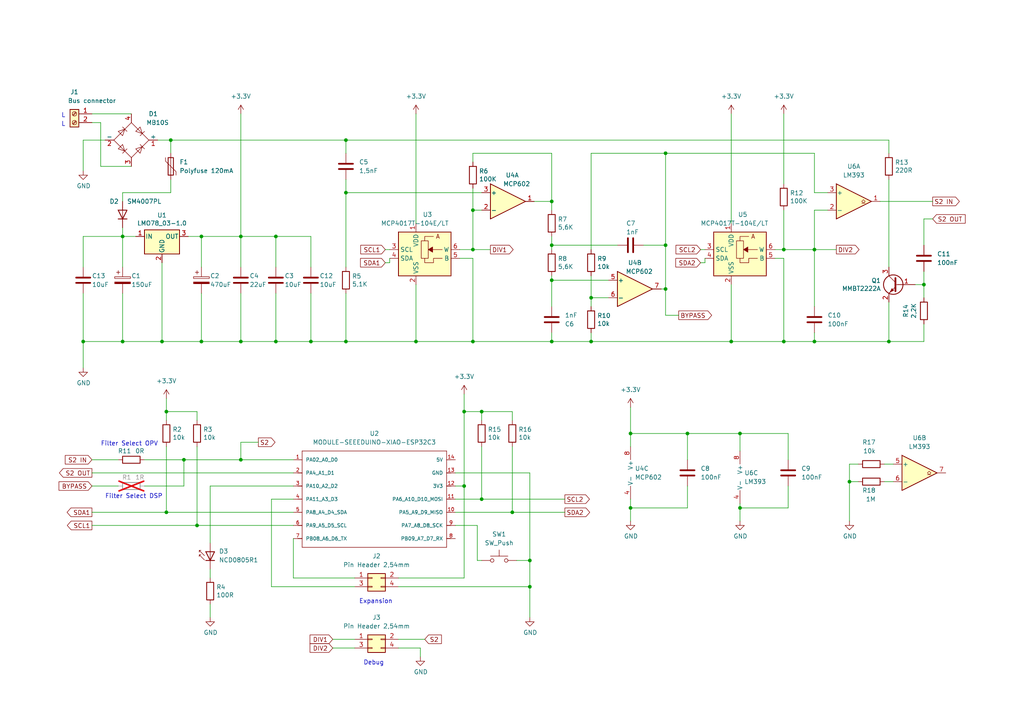
<source format=kicad_sch>
(kicad_sch (version 20230121) (generator eeschema)
  (paper "A4")
  (title_block (title "Simplebus-2 MQTT Bridge") (date "2024-01-21") (rev "2.2") (company "Elektroarzt / Gurkenflieger"))
  (lib_symbols
    (symbol "Amplifier_Operational:MCP6022" (pin_names (offset 0.127))
      (property "Reference" "U" (at 0 5.08 0))
      (property "Value" "MCP6022" (at 0 -5.08 0))
      (symbol "MCP6022_1_1"
        (polyline (pts (xy -5.08 5.08) (xy 5.08 0) (xy -5.08 -5.08) (xy -5.08 5.08)) (stroke (width 0.254)) (fill (type background)))
        (pin output line (at 7.62 0 180) (length 2.54) (name "~") (number "1"))
        (pin input line (at -7.62 -2.54 0) (length 2.54) (name "-") (number "2"))
        (pin input line (at -7.62 2.54 0) (length 2.54) (name "+") (number "3"))
      )
      (symbol "MCP6022_2_1"
        (polyline (pts (xy -5.08 5.08) (xy 5.08 0) (xy -5.08 -5.08) (xy -5.08 5.08)) (stroke (width 0.254)) (fill (type background)))
        (pin input line (at -7.62 2.54 0) (length 2.54) (name "+") (number "5"))
        (pin input line (at -7.62 -2.54 0) (length 2.54) (name "-") (number "6"))
        (pin output line (at 7.62 0 180) (length 2.54) (name "~") (number "7"))
      )
      (symbol "MCP6022_3_1"
        (pin power_in line (at -2.54 -7.62 90) (length 3.81) (name "V-") (number "4"))
        (pin power_in line (at -2.54 7.62 270) (length 3.81) (name "V+") (number "8"))
      )
    )
    (symbol "Comparator:LM393" (pin_names (offset 0.127))
      (property "Reference" "U" (at 3.81 3.81 0))
      (property "Value" "LM393" (at 6.35 -3.81 0))
      (symbol "LM393_1_1"
        (polyline (pts (xy -5.08 5.08) (xy 5.08 0) (xy -5.08 -5.08) (xy -5.08 5.08)) (stroke (width 0.254)) (fill (type background)))
        (polyline (pts (xy 3.302 -0.508) (xy 2.794 -0.508) (xy 3.302 0) (xy 2.794 0.508) (xy 2.286 0) (xy 2.794 -0.508) (xy 2.286 -0.508)) (stroke (width 0.127)))
        (pin open_collector line (at 7.62 0 180) (length 2.54) (name "~") (number "1"))
        (pin input line (at -7.62 -2.54 0) (length 2.54) (name "-") (number "2"))
        (pin input line (at -7.62 2.54 0) (length 2.54) (name "+") (number "3"))
      )
      (symbol "LM393_2_1"
        (polyline (pts (xy -5.08 5.08) (xy 5.08 0) (xy -5.08 -5.08) (xy -5.08 5.08)) (stroke (width 0.254)) (fill (type background)))
        (polyline (pts (xy 3.302 -0.508) (xy 2.794 -0.508) (xy 3.302 0) (xy 2.794 0.508) (xy 2.286 0) (xy 2.794 -0.508) (xy 2.286 -0.508)) (stroke (width 0.127)))
        (pin input line (at -7.62 2.54 0) (length 2.54) (name "+") (number "5"))
        (pin input line (at -7.62 -2.54 0) (length 2.54) (name "-") (number "6"))
        (pin open_collector line (at 7.62 0 180) (length 2.54) (name "~") (number "7"))
      )
      (symbol "LM393_3_1"
        (pin power_in line (at -2.54 -7.62 90) (length 3.81) (name "V-") (number "4"))
        (pin power_in line (at -2.54 7.62 270) (length 3.81) (name "V+") (number "8"))
      )
    )
    (symbol "Connector:Screw_Terminal_01x02" (pin_names (offset 1.016) hide)
      (property "Reference" "J" (at 0 2.54 0))
      (property "Value" "Screw_Terminal_01x02" (at 0 -5.08 0))
      (symbol "Screw_Terminal_01x02_1_1"
        (rectangle (start -1.27 1.27) (end 1.27 -3.81) (stroke (width 0.254)) (fill (type background)))
        (circle (center 0 -2.54) (radius 0.635) (stroke (width 0.1524)))
        (polyline (pts (xy -0.5334 -2.2098) (xy 0.3302 -3.048)) (stroke (width 0.1524)))
        (polyline (pts (xy -0.5334 0.3302) (xy 0.3302 -0.508)) (stroke (width 0.1524)))
        (polyline (pts (xy -0.3556 -2.032) (xy 0.508 -2.8702)) (stroke (width 0.1524)))
        (polyline (pts (xy -0.3556 0.508) (xy 0.508 -0.3302)) (stroke (width 0.1524)))
        (circle (center 0 0) (radius 0.635) (stroke (width 0.1524)))
        (pin passive line (at -5.08 0 0) (length 3.81) (name "Pin_1") (number "1"))
        (pin passive line (at -5.08 -2.54 0) (length 3.81) (name "Pin_2") (number "2"))
      )
    )
    (symbol "Connector_Generic:Conn_02x02_Odd_Even" (pin_names (offset 1.016) hide)
      (property "Reference" "J" (at 1.27 2.54 0))
      (property "Value" "Conn_02x02_Odd_Even" (at 1.27 -5.08 0))
      (symbol "Conn_02x02_Odd_Even_1_1"
        (rectangle (start -1.27 -2.413) (end 0 -2.667) (stroke (width 0.1524)))
        (rectangle (start -1.27 0.127) (end 0 -0.127) (stroke (width 0.1524)))
        (rectangle (start -1.27 1.27) (end 3.81 -3.81) (stroke (width 0.254)) (fill (type background)))
        (rectangle (start 3.81 -2.413) (end 2.54 -2.667) (stroke (width 0.1524)))
        (rectangle (start 3.81 0.127) (end 2.54 -0.127) (stroke (width 0.1524)))
        (pin passive line (at -5.08 0 0) (length 3.81) (name "Pin_1") (number "1"))
        (pin passive line (at 7.62 0 180) (length 3.81) (name "Pin_2") (number "2"))
        (pin passive line (at -5.08 -2.54 0) (length 3.81) (name "Pin_3") (number "3"))
        (pin passive line (at 7.62 -2.54 180) (length 3.81) (name "Pin_4") (number "4"))
      )
    )
    (symbol "Device:C" (pin_numbers hide) (pin_names (offset 0.254))
      (property "Reference" "C" (at 0.635 2.54 0))
      (property "Value" "C" (at 0.635 -2.54 0))
      (symbol "C_0_1"
        (polyline (pts (xy -2.032 -0.762) (xy 2.032 -0.762)) (stroke (width 0.508)))
        (polyline (pts (xy -2.032 0.762) (xy 2.032 0.762)) (stroke (width 0.508)))
      )
      (symbol "C_1_1"
        (pin passive line (at 0 3.81 270) (length 2.794) (name "~") (number "1"))
        (pin passive line (at 0 -3.81 90) (length 2.794) (name "~") (number "2"))
      )
    )
    (symbol "Device:C_Polarized" (pin_numbers hide) (pin_names (offset 0.254))
      (property "Reference" "C" (at 0.635 2.54 0))
      (property "Value" "C_Polarized" (at 0.635 -2.54 0))
      (symbol "C_Polarized_0_1"
        (rectangle (start -2.286 0.508) (end 2.286 1.016))
        (polyline (pts (xy -1.778 2.286) (xy -0.762 2.286)))
        (polyline (pts (xy -1.27 2.794) (xy -1.27 1.778)))
        (rectangle (start 2.286 -0.508) (end -2.286 -1.016) (fill (type outline)))
      )
      (symbol "C_Polarized_1_1"
        (pin passive line (at 0 3.81 270) (length 2.794) (name "~") (number "1"))
        (pin passive line (at 0 -3.81 90) (length 2.794) (name "~") (number "2"))
      )
    )
    (symbol "Device:Polyfuse" (pin_numbers hide) (pin_names (offset 0))
      (property "Reference" "F" (at -2.54 0 90))
      (property "Value" "Polyfuse" (at 2.54 0 90))
      (symbol "Polyfuse_0_1"
        (rectangle (start -0.762 2.54) (end 0.762 -2.54) (stroke (width 0.254)))
        (polyline (pts (xy 0 2.54) (xy 0 -2.54)))
        (polyline (pts (xy -1.524 2.54) (xy -1.524 1.524) (xy 1.524 -1.524) (xy 1.524 -2.54)))
      )
      (symbol "Polyfuse_1_1"
        (pin passive line (at 0 3.81 270) (length 1.27) (name "~") (number "1"))
        (pin passive line (at 0 -3.81 90) (length 1.27) (name "~") (number "2"))
      )
    )
    (symbol "Device:R" (pin_numbers hide) (pin_names (offset 0))
      (property "Reference" "R" (at 2.032 0 90))
      (property "Value" "R" (at 0 0 90))
      (symbol "R_0_1"
        (rectangle (start -1.016 -2.54) (end 1.016 2.54) (stroke (width 0.254)))
      )
      (symbol "R_1_1"
        (pin passive line (at 0 3.81 270) (length 1.27) (name "~") (number "1"))
        (pin passive line (at 0 -3.81 90) (length 1.27) (name "~") (number "2"))
      )
    )
    (symbol "Diode:SM4007" (pin_numbers hide) (pin_names hide)
      (property "Reference" "D" (at 0 2.54 0))
      (property "Value" "SM4007" (at 0 -2.54 0))
      (symbol "SM4007_0_1"
        (polyline (pts (xy -1.27 1.27) (xy -1.27 -1.27)) (stroke (width 0.254)))
        (polyline (pts (xy 1.27 0) (xy -1.27 0)))
        (polyline (pts (xy 1.27 1.27) (xy 1.27 -1.27) (xy -1.27 0) (xy 1.27 1.27)) (stroke (width 0.254)))
      )
      (symbol "SM4007_1_1"
        (pin passive line (at -3.81 0 0) (length 2.54) (name "K") (number "1"))
        (pin passive line (at 3.81 0 180) (length 2.54) (name "A") (number "2"))
      )
    )
    (symbol "Diode_Bridge:MBL104S" (pin_names (offset 0))
      (property "Reference" "D3" (at 10.16 2.6923 0))
      (property "Value" "MBL104S" (at 10.16 0.1523 0))
      (symbol "MBL104S_0_1"
        (polyline (pts (xy -2.54 3.81) (xy -1.27 2.54)))
        (polyline (pts (xy -1.27 -2.54) (xy -2.54 -3.81)))
        (polyline (pts (xy 2.54 -1.27) (xy 3.81 -2.54)))
        (polyline (pts (xy 2.54 1.27) (xy 3.81 2.54)))
        (polyline (pts (xy -3.81 2.54) (xy -2.54 1.27) (xy -1.905 3.175) (xy -3.81 2.54)))
        (polyline (pts (xy -2.54 -1.27) (xy -3.81 -2.54) (xy -1.905 -3.175) (xy -2.54 -1.27)))
        (polyline (pts (xy 1.27 2.54) (xy 2.54 3.81) (xy 3.175 1.905) (xy 1.27 2.54)))
        (polyline (pts (xy 3.175 -1.905) (xy 1.27 -2.54) (xy 2.54 -3.81) (xy 3.175 -1.905)))
        (polyline (pts (xy -5.08 0) (xy 0 -5.08) (xy 5.08 0) (xy 0 5.08) (xy -5.08 0)))
      )
      (symbol "MBL104S_1_1"
        (pin passive line (at 7.62 0 180) (length 2.54) (name "+") (number "1"))
        (pin passive line (at -7.62 0 0) (length 2.54) (name "-") (number "2"))
        (pin passive line (at 0 -7.62 90) (length 2.54) (name "~") (number "3"))
        (pin passive line (at 0 7.62 270) (length 2.54) (name "~") (number "4"))
      )
    )
    (symbol "LED:SFH4346" (pin_numbers hide) (pin_names (offset 1.016) hide)
      (property "Reference" "D" (at 0.508 1.778 0))
      (property "Value" "SFH4346" (at -1.016 -2.794 0))
      (symbol "SFH4346_0_1"
        (polyline (pts (xy -2.54 1.27) (xy -2.54 -1.27)) (stroke (width 0.254)))
        (polyline (pts (xy 0 0) (xy -2.54 0)))
        (polyline (pts (xy 0.381 3.175) (xy -0.127 3.175)))
        (polyline (pts (xy -1.143 1.651) (xy 0.381 3.175) (xy 0.381 2.667)))
        (polyline (pts (xy 0 1.27) (xy -2.54 0) (xy 0 -1.27) (xy 0 1.27)) (stroke (width 0.254)))
        (polyline (pts (xy -2.413 1.651) (xy -0.889 3.175) (xy -0.889 2.667) (xy -0.889 3.175) (xy -1.397 3.175)))
      )
      (symbol "SFH4346_1_1"
        (pin passive line (at -5.08 0 0) (length 2.54) (name "K") (number "1"))
        (pin passive line (at 2.54 0 180) (length 2.54) (name "A") (number "2"))
      )
    )
    (symbol "Potentiometer_Digital:MCP4017-xxxxLT"
      (property "Reference" "U" (at -7.62 8.89 0))
      (property "Value" "MCP4017-xxxxLT" (at 1.27 8.89 0))
      (symbol "MCP4017-xxxxLT_0_0"
        (polyline (pts (xy 0 5.08) (xy 0 6.35) (xy 2.54 6.35)))
        (polyline (pts (xy 5.08 0) (xy 2.54 0) (xy 2.54 -1.27) (xy 0 -1.27) (xy 0 0)))
        (text "A" (at 3.81 6.35 0) (effects (font (size 1.27 1.27))))
      )
      (symbol "MCP4017-xxxxLT_1_1"
        (rectangle (start -7.62 7.62) (end 7.62 -5.08) (stroke (width 0.254)) (fill (type background)))
        (polyline (pts (xy 5.08 2.54) (xy 2.286 2.54)))
        (polyline (pts (xy 2.286 1.778) (xy 2.286 3.302) (xy 1.016 2.54) (xy 2.286 1.778)) (fill (type outline)))
        (rectangle (start 1.016 0) (end -1.016 5.08))
        (pin power_in line (at -2.54 10.16 270) (length 2.54) (name "VDD") (number "1"))
        (pin power_in line (at -2.54 -7.62 90) (length 2.54) (name "VSS") (number "2"))
        (pin input line (at -10.16 2.54 0) (length 2.54) (name "SCL") (number "3"))
        (pin bidirectional line (at -10.16 0 0) (length 2.54) (name "SDA") (number "4"))
        (pin passive line (at 10.16 0 180) (length 2.54) (name "B") (number "5"))
        (pin passive line (at 10.16 2.54 180) (length 2.54) (name "W") (number "6"))
      )
    )
    (symbol "RF_Module:MODULE-SEEEDUINO-XIAO-ESP32C3" (pin_names (offset 1.016))
      (property "Reference" "U" (at -21.59 15.24 0))
      (property "Value" "MODULE-SEEEDUINO-XIAO-ESP32C3" (at -21.59 13.97 0))
      (symbol "MODULE-SEEEDUINO-XIAO-ESP32C3_0_0"
        (polyline (pts (xy -21.59 -13.97) (xy -21.59 0)) (stroke (width 0.1524)))
        (polyline (pts (xy -21.59 -11.43) (xy -22.86 -11.43)) (stroke (width 0.1524)))
        (polyline (pts (xy -21.59 -7.62) (xy -22.86 -7.62)) (stroke (width 0.1524)))
        (polyline (pts (xy -21.59 -3.81) (xy -22.86 -3.81)) (stroke (width 0.1524)))
        (polyline (pts (xy -21.59 0) (xy -22.86 0)) (stroke (width 0.1524)))
        (polyline (pts (xy -21.59 0) (xy -21.59 3.81)) (stroke (width 0.1524)))
        (polyline (pts (xy -21.59 3.81) (xy -22.86 3.81)) (stroke (width 0.1524)))
        (polyline (pts (xy -21.59 3.81) (xy -21.59 7.62)) (stroke (width 0.1524)))
        (polyline (pts (xy -21.59 7.62) (xy -22.86 7.62)) (stroke (width 0.1524)))
        (polyline (pts (xy -21.59 7.62) (xy -21.59 11.43)) (stroke (width 0.1524)))
        (polyline (pts (xy -21.59 11.43) (xy -22.86 11.43)) (stroke (width 0.1524)))
        (polyline (pts (xy -21.59 11.43) (xy -21.59 13.97)) (stroke (width 0.1524)))
        (polyline (pts (xy -21.59 13.97) (xy 20.32 13.97)) (stroke (width 0.1524)))
        (polyline (pts (xy 20.32 -13.97) (xy -21.59 -13.97)) (stroke (width 0.1524)))
        (polyline (pts (xy 20.32 3.81) (xy 20.32 -13.97)) (stroke (width 0.1524)))
        (polyline (pts (xy 20.32 7.62) (xy 20.32 3.81)) (stroke (width 0.1524)))
        (polyline (pts (xy 20.32 11.43) (xy 20.32 7.62)) (stroke (width 0.1524)))
        (polyline (pts (xy 20.32 13.97) (xy 20.32 11.43)) (stroke (width 0.1524)))
        (polyline (pts (xy 21.59 -11.43) (xy 20.32 -11.43)) (stroke (width 0.1524)))
        (polyline (pts (xy 21.59 -7.62) (xy 20.32 -7.62)) (stroke (width 0.1524)))
        (polyline (pts (xy 21.59 -3.81) (xy 20.32 -3.81)) (stroke (width 0.1524)))
        (polyline (pts (xy 21.59 0) (xy 20.32 0)) (stroke (width 0.1524)))
        (polyline (pts (xy 21.59 3.81) (xy 20.32 3.81)) (stroke (width 0.1524)))
        (polyline (pts (xy 21.59 7.62) (xy 20.32 7.62)) (stroke (width 0.1524)))
        (polyline (pts (xy 21.59 11.43) (xy 20.32 11.43)) (stroke (width 0.1524)))
        (pin bidirectional line (at -24.13 11.43 0) (length 2.54) (name "PA02_A0_D0") (number "1"))
        (pin bidirectional line (at 22.86 -3.81 180) (length 2.54) (name "PA5_A9_D9_MISO") (number "10"))
        (pin bidirectional line (at 22.86 0 180) (length 2.54) (name "PA6_A10_D10_MOSI") (number "11"))
        (pin bidirectional line (at 22.86 3.81 180) (length 2.54) (name "3V3") (number "12"))
        (pin bidirectional line (at 22.86 7.62 180) (length 2.54) (name "GND") (number "13"))
        (pin bidirectional line (at 22.86 11.43 180) (length 2.54) (name "5V") (number "14"))
        (pin bidirectional line (at -24.13 7.62 0) (length 2.54) (name "PA4_A1_D1") (number "2"))
        (pin bidirectional line (at -24.13 3.81 0) (length 2.54) (name "PA10_A2_D2") (number "3"))
        (pin bidirectional line (at -24.13 0 0) (length 2.54) (name "PA11_A3_D3") (number "4"))
        (pin bidirectional line (at -24.13 -3.81 0) (length 2.54) (name "PA8_A4_D4_SDA") (number "5"))
        (pin bidirectional line (at -24.13 -7.62 0) (length 2.54) (name "PA9_A5_D5_SCL") (number "6"))
        (pin bidirectional line (at -24.13 -11.43 0) (length 2.54) (name "PB08_A6_D6_TX") (number "7"))
        (pin bidirectional line (at 22.86 -11.43 180) (length 2.54) (name "PB09_A7_D7_RX") (number "8"))
        (pin bidirectional line (at 22.86 -7.62 180) (length 2.54) (name "PA7_A8_D8_SCK") (number "9"))
      )
    )
    (symbol "Regulator_Linear:L7805" (pin_names (offset 0.254))
      (property "Reference" "U" (at -3.81 3.175 0))
      (property "Value" "L7805" (at 0 3.175 0))
      (symbol "L7805_0_1"
        (rectangle (start -5.08 1.905) (end 5.08 -5.08) (stroke (width 0.254)) (fill (type background)))
      )
      (symbol "L7805_1_1"
        (pin power_in line (at -7.62 0 0) (length 2.54) (name "IN") (number "1"))
        (pin power_in line (at 0 -7.62 90) (length 2.54) (name "GND") (number "2"))
        (pin power_out line (at 7.62 0 180) (length 2.54) (name "OUT") (number "3"))
      )
    )
    (symbol "Switch:SW_Push" (pin_numbers hide) (pin_names (offset 1.016) hide)
      (property "Reference" "SW" (at 1.27 2.54 0))
      (property "Value" "SW_Push" (at 0 -1.524 0))
      (symbol "SW_Push_0_1"
        (circle (center -2.032 0) (radius 0.508))
        (polyline (pts (xy 0 1.27) (xy 0 3.048)))
        (polyline (pts (xy 2.54 1.27) (xy -2.54 1.27)))
        (circle (center 2.032 0) (radius 0.508))
        (pin passive line (at -5.08 0 0) (length 2.54) (name "1") (number "1"))
        (pin passive line (at 5.08 0 180) (length 2.54) (name "2") (number "2"))
      )
    )
    (symbol "Transistor_BJT:PN2222A" (pin_names (offset 0) hide)
      (property "Reference" "Q1" (at 4.8514 1.1684 0))
      (property "Value" "MMBT2222A" (at 4.8514 -1.143 0))
      (symbol "PN2222A_0_1"
        (polyline (pts (xy 0 0) (xy 0.635 0)))
        (polyline (pts (xy 2.54 -2.54) (xy 0.635 -0.635)))
        (polyline (pts (xy 2.54 2.54) (xy 0.635 0.635)))
        (polyline (pts (xy 0.635 1.905) (xy 0.635 -1.905) (xy 0.635 -1.905)) (stroke (width 0.508)))
        (polyline (pts (xy 2.413 -2.413) (xy 1.905 -1.905) (xy 1.905 -1.905)))
        (polyline (pts (xy 1.143 -1.651) (xy 1.651 -1.143) (xy 2.159 -2.159) (xy 1.143 -1.651) (xy 1.143 -1.651)) (fill (type outline)))
        (circle (center 1.27 0) (radius 2.8194) (stroke (width 0.254)))
      )
      (symbol "PN2222A_1_1"
        (pin input line (at -5.08 0 0) (length 5.08) (name "B") (number "1"))
        (pin passive line (at 2.54 -5.08 90) (length 2.54) (name "E") (number "2"))
        (pin passive line (at 2.54 5.08 270) (length 2.54) (name "C") (number "3"))
      )
    )
    (symbol "power:+3.3V" (power) (pin_names (offset 0))
      (property "Value" "+3.3V" (at 0 3.556 0))
      (symbol "+3.3V_0_1"
        (polyline (pts (xy -0.762 1.27) (xy 0 2.54)))
        (polyline (pts (xy 0 0) (xy 0 2.54)))
        (polyline (pts (xy 0 2.54) (xy 0.762 1.27)))
      )
      (symbol "+3.3V_1_1"
        (pin power_in line (at 0 0 90) (length 0) hide (name "+3.3V") (number "1"))
      )
    )
    (symbol "power:GND" (power) (pin_names (offset 0))
      (property "Value" "GND" (at 0 -3.81 0))
      (symbol "GND_0_1"
        (polyline (pts (xy 0 0) (xy 0 -1.27) (xy 1.27 -1.27) (xy 0 -2.54) (xy -1.27 -1.27) (xy 0 -1.27)))
      )
      (symbol "GND_1_1"
        (pin power_in line (at 0 0 270) (length 0) hide (name "GND") (number "1"))
      )
    )
  )
  (junction (at 171.45 86.36))
  (junction (at 46.99 99.06))
  (junction (at 80.01 99.06))
  (junction (at 214.63 147.32))
  (junction (at 139.7 119.38))
  (junction (at 120.65 99.06))
  (junction (at 139.7 144.78))
  (junction (at 53.34 133.35))
  (junction (at 100.33 55.88))
  (junction (at 80.01 68.58))
  (junction (at 69.85 133.35))
  (junction (at 160.02 81.28))
  (junction (at 199.39 125.73))
  (junction (at 212.09 99.06))
  (junction (at 227.33 99.06))
  (junction (at 236.22 99.06))
  (junction (at 160.02 99.06))
  (junction (at 35.56 68.58))
  (junction (at 58.42 68.58))
  (junction (at 257.81 99.06))
  (junction (at 160.02 58.42))
  (junction (at 193.04 83.82))
  (junction (at 137.16 60.96))
  (junction (at 137.16 72.39))
  (junction (at 236.22 72.39))
  (junction (at 137.16 99.06))
  (junction (at 57.15 152.4))
  (junction (at 193.04 71.12))
  (junction (at 182.88 147.32))
  (junction (at 153.67 162.56))
  (junction (at 90.17 99.06))
  (junction (at 182.88 125.73))
  (junction (at 214.63 125.73))
  (junction (at 171.45 99.06))
  (junction (at 48.26 119.38))
  (junction (at 148.59 148.59))
  (junction (at 35.56 99.06))
  (junction (at 227.33 72.39))
  (junction (at 100.33 99.06))
  (junction (at 246.38 139.7))
  (junction (at 267.97 82.55))
  (junction (at 193.04 44.45))
  (junction (at 58.42 99.06))
  (junction (at 69.85 99.06))
  (junction (at 48.26 148.59))
  (junction (at 24.13 99.06))
  (junction (at 160.02 71.12))
  (junction (at 134.62 119.38))
  (junction (at 100.33 40.64))
  (junction (at 49.53 40.64))
  (junction (at 134.62 140.97))
  (junction (at 69.85 68.58))
  (junction (at 153.67 170.18))
  (wire (pts (xy 24.13 40.64) (xy 30.48 40.64)))
  (wire (pts (xy 53.34 133.35) (xy 69.85 133.35)))
  (wire (pts (xy 171.45 72.39) (xy 171.45 44.45)))
  (wire (pts (xy 134.62 140.97) (xy 134.62 167.64)))
  (wire (pts (xy 227.33 74.93) (xy 227.33 99.06)))
  (wire (pts (xy 171.45 80.01) (xy 171.45 86.36)))
  (wire (pts (xy 24.13 77.47) (xy 24.13 68.58)))
  (wire (pts (xy 171.45 96.52) (xy 171.45 99.06)))
  (wire (pts (xy 90.17 77.47) (xy 90.17 68.58)))
  (wire (pts (xy 113.03 76.2) (xy 111.76 76.2)))
  (wire (pts (xy 138.43 152.4) (xy 132.08 152.4)))
  (wire (pts (xy 58.42 85.09) (xy 58.42 99.06)))
  (wire (pts (xy 120.65 33.02) (xy 120.65 64.77)))
  (wire (pts (xy 100.33 40.64) (xy 257.81 40.64)))
  (wire (pts (xy 171.45 86.36) (xy 171.45 88.9)))
  (wire (pts (xy 267.97 63.5) (xy 267.97 71.12)))
  (wire (pts (xy 48.26 119.38) (xy 48.26 115.57)))
  (wire (pts (xy 80.01 68.58) (xy 69.85 68.58)))
  (wire (pts (xy 26.67 148.59) (xy 48.26 148.59)))
  (wire (pts (xy 132.08 148.59) (xy 148.59 148.59)))
  (wire (pts (xy 137.16 74.93) (xy 137.16 99.06)))
  (wire (pts (xy 60.96 165.1) (xy 60.96 167.64)))
  (wire (pts (xy 148.59 129.54) (xy 148.59 148.59)))
  (wire (pts (xy 160.02 99.06) (xy 171.45 99.06)))
  (wire (pts (xy 214.63 130.81) (xy 214.63 125.73)))
  (wire (pts (xy 24.13 99.06) (xy 35.56 99.06)))
  (wire (pts (xy 137.16 99.06) (xy 160.02 99.06)))
  (wire (pts (xy 267.97 99.06) (xy 257.81 99.06)))
  (wire (pts (xy 48.26 148.59) (xy 85.09 148.59)))
  (wire (pts (xy 134.62 114.3) (xy 134.62 119.38)))
  (wire (pts (xy 111.76 72.39) (xy 113.03 72.39)))
  (wire (pts (xy 96.52 187.96) (xy 102.87 187.96)))
  (wire (pts (xy 160.02 96.52) (xy 160.02 99.06)))
  (wire (pts (xy 182.88 147.32) (xy 182.88 151.13)))
  (wire (pts (xy 139.7 60.96) (xy 137.16 60.96)))
  (wire (pts (xy 26.67 137.16) (xy 85.09 137.16)))
  (wire (pts (xy 160.02 71.12) (xy 160.02 72.39)))
  (wire (pts (xy 49.53 55.88) (xy 35.56 55.88)))
  (wire (pts (xy 58.42 68.58) (xy 69.85 68.58)))
  (wire (pts (xy 255.27 58.42) (xy 270.51 58.42)))
  (wire (pts (xy 115.57 185.42) (xy 123.19 185.42)))
  (wire (pts (xy 182.88 125.73) (xy 199.39 125.73)))
  (wire (pts (xy 160.02 58.42) (xy 154.94 58.42)))
  (wire (pts (xy 214.63 147.32) (xy 214.63 151.13)))
  (wire (pts (xy 48.26 119.38) (xy 48.26 121.92)))
  (wire (pts (xy 57.15 152.4) (xy 85.09 152.4)))
  (wire (pts (xy 160.02 71.12) (xy 179.07 71.12)))
  (wire (pts (xy 132.08 140.97) (xy 134.62 140.97)))
  (wire (pts (xy 160.02 58.42) (xy 160.02 60.96)))
  (wire (pts (xy 49.53 40.64) (xy 49.53 44.45)))
  (wire (pts (xy 137.16 74.93) (xy 133.35 74.93)))
  (wire (pts (xy 236.22 44.45) (xy 236.22 55.88)))
  (wire (pts (xy 228.6 140.97) (xy 228.6 147.32)))
  (wire (pts (xy 182.88 118.11) (xy 182.88 125.73)))
  (wire (pts (xy 137.16 44.45) (xy 137.16 46.99)))
  (wire (pts (xy 49.53 55.88) (xy 49.53 52.07)))
  (wire (pts (xy 100.33 85.09) (xy 100.33 99.06)))
  (wire (pts (xy 85.09 156.21) (xy 85.09 167.64)))
  (wire (pts (xy 193.04 44.45) (xy 236.22 44.45)))
  (wire (pts (xy 214.63 146.05) (xy 214.63 147.32)))
  (wire (pts (xy 214.63 125.73) (xy 228.6 125.73)))
  (wire (pts (xy 74.93 128.27) (xy 69.85 128.27)))
  (wire (pts (xy 257.81 87.63) (xy 257.81 99.06)))
  (wire (pts (xy 132.08 144.78) (xy 139.7 144.78)))
  (wire (pts (xy 153.67 162.56) (xy 153.67 170.18)))
  (wire (pts (xy 199.39 125.73) (xy 199.39 133.35)))
  (wire (pts (xy 69.85 77.47) (xy 69.85 68.58)))
  (wire (pts (xy 148.59 121.92) (xy 148.59 119.38)))
  (wire (pts (xy 121.92 187.96) (xy 121.92 190.5)))
  (wire (pts (xy 148.59 148.59) (xy 163.83 148.59)))
  (wire (pts (xy 115.57 167.64) (xy 134.62 167.64)))
  (wire (pts (xy 160.02 68.58) (xy 160.02 71.12)))
  (wire (pts (xy 259.08 134.62) (xy 256.54 134.62)))
  (wire (pts (xy 193.04 91.44) (xy 196.85 91.44)))
  (wire (pts (xy 29.21 35.56) (xy 29.21 48.26)))
  (wire (pts (xy 227.33 99.06) (xy 236.22 99.06)))
  (wire (pts (xy 182.88 125.73) (xy 182.88 129.54)))
  (wire (pts (xy 204.47 74.93) (xy 204.47 76.2)))
  (wire (pts (xy 26.67 140.97) (xy 34.29 140.97)))
  (wire (pts (xy 29.21 35.56) (xy 26.67 35.56)))
  (wire (pts (xy 138.43 162.56) (xy 139.7 162.56)))
  (wire (pts (xy 160.02 80.01) (xy 160.02 81.28)))
  (wire (pts (xy 60.96 140.97) (xy 85.09 140.97)))
  (wire (pts (xy 90.17 68.58) (xy 80.01 68.58)))
  (wire (pts (xy 26.67 33.02) (xy 38.1 33.02)))
  (wire (pts (xy 193.04 83.82) (xy 191.77 83.82)))
  (wire (pts (xy 134.62 119.38) (xy 139.7 119.38)))
  (wire (pts (xy 182.88 144.78) (xy 182.88 147.32)))
  (wire (pts (xy 236.22 99.06) (xy 257.81 99.06)))
  (wire (pts (xy 60.96 157.48) (xy 60.96 140.97)))
  (wire (pts (xy 160.02 58.42) (xy 160.02 44.45)))
  (wire (pts (xy 236.22 55.88) (xy 240.03 55.88)))
  (wire (pts (xy 212.09 33.02) (xy 212.09 64.77)))
  (wire (pts (xy 49.53 40.64) (xy 100.33 40.64)))
  (wire (pts (xy 224.79 72.39) (xy 227.33 72.39)))
  (wire (pts (xy 160.02 81.28) (xy 176.53 81.28)))
  (wire (pts (xy 115.57 187.96) (xy 121.92 187.96)))
  (wire (pts (xy 227.33 33.02) (xy 227.33 53.34)))
  (wire (pts (xy 58.42 99.06) (xy 69.85 99.06)))
  (wire (pts (xy 57.15 119.38) (xy 48.26 119.38)))
  (wire (pts (xy 53.34 133.35) (xy 53.34 140.97)))
  (wire (pts (xy 148.59 119.38) (xy 139.7 119.38)))
  (wire (pts (xy 236.22 72.39) (xy 236.22 60.96)))
  (wire (pts (xy 137.16 72.39) (xy 142.24 72.39)))
  (wire (pts (xy 78.74 170.18) (xy 102.87 170.18)))
  (wire (pts (xy 212.09 99.06) (xy 227.33 99.06)))
  (wire (pts (xy 80.01 85.09) (xy 80.01 99.06)))
  (wire (pts (xy 35.56 68.58) (xy 35.56 66.04)))
  (wire (pts (xy 212.09 82.55) (xy 212.09 99.06)))
  (wire (pts (xy 139.7 129.54) (xy 139.7 144.78)))
  (wire (pts (xy 203.2 72.39) (xy 204.47 72.39)))
  (wire (pts (xy 41.91 140.97) (xy 53.34 140.97)))
  (wire (pts (xy 236.22 72.39) (xy 236.22 88.9)))
  (wire (pts (xy 24.13 40.64) (xy 24.13 49.53)))
  (wire (pts (xy 58.42 68.58) (xy 58.42 77.47)))
  (wire (pts (xy 193.04 83.82) (xy 193.04 71.12)))
  (wire (pts (xy 236.22 96.52) (xy 236.22 99.06)))
  (wire (pts (xy 100.33 40.64) (xy 100.33 44.45)))
  (wire (pts (xy 100.33 52.07) (xy 100.33 55.88)))
  (wire (pts (xy 153.67 137.16) (xy 132.08 137.16)))
  (wire (pts (xy 26.67 133.35) (xy 34.29 133.35)))
  (wire (pts (xy 236.22 72.39) (xy 242.57 72.39)))
  (wire (pts (xy 265.43 82.55) (xy 267.97 82.55)))
  (wire (pts (xy 26.67 152.4) (xy 57.15 152.4)))
  (wire (pts (xy 160.02 81.28) (xy 160.02 88.9)))
  (wire (pts (xy 236.22 60.96) (xy 240.03 60.96)))
  (wire (pts (xy 57.15 129.54) (xy 57.15 152.4)))
  (wire (pts (xy 85.09 144.78) (xy 78.74 144.78)))
  (wire (pts (xy 267.97 78.74) (xy 267.97 82.55)))
  (wire (pts (xy 69.85 128.27) (xy 69.85 133.35)))
  (wire (pts (xy 54.61 68.58) (xy 58.42 68.58)))
  (wire (pts (xy 199.39 140.97) (xy 199.39 147.32)))
  (wire (pts (xy 199.39 125.73) (xy 214.63 125.73)))
  (wire (pts (xy 69.85 33.02) (xy 69.85 68.58)))
  (wire (pts (xy 248.92 134.62) (xy 246.38 134.62)))
  (wire (pts (xy 227.33 60.96) (xy 227.33 72.39)))
  (wire (pts (xy 85.09 167.64) (xy 102.87 167.64)))
  (wire (pts (xy 113.03 74.93) (xy 113.03 76.2)))
  (wire (pts (xy 248.92 139.7) (xy 246.38 139.7)))
  (wire (pts (xy 171.45 44.45) (xy 193.04 44.45)))
  (wire (pts (xy 153.67 137.16) (xy 153.67 162.56)))
  (wire (pts (xy 115.57 170.18) (xy 153.67 170.18)))
  (wire (pts (xy 257.81 52.07) (xy 257.81 77.47)))
  (wire (pts (xy 227.33 72.39) (xy 236.22 72.39)))
  (wire (pts (xy 78.74 144.78) (xy 78.74 170.18)))
  (wire (pts (xy 137.16 60.96) (xy 137.16 72.39)))
  (wire (pts (xy 69.85 85.09) (xy 69.85 99.06)))
  (wire (pts (xy 90.17 99.06) (xy 100.33 99.06)))
  (wire (pts (xy 257.81 40.64) (xy 257.81 44.45)))
  (wire (pts (xy 100.33 55.88) (xy 100.33 77.47)))
  (wire (pts (xy 153.67 170.18) (xy 153.67 179.07)))
  (wire (pts (xy 35.56 77.47) (xy 35.56 68.58)))
  (wire (pts (xy 267.97 82.55) (xy 267.97 86.36)))
  (wire (pts (xy 35.56 99.06) (xy 46.99 99.06)))
  (wire (pts (xy 41.91 133.35) (xy 53.34 133.35)))
  (wire (pts (xy 270.51 63.5) (xy 267.97 63.5)))
  (wire (pts (xy 57.15 121.92) (xy 57.15 119.38)))
  (wire (pts (xy 139.7 144.78) (xy 163.83 144.78)))
  (wire (pts (xy 224.79 74.93) (xy 227.33 74.93)))
  (wire (pts (xy 35.56 68.58) (xy 39.37 68.58)))
  (wire (pts (xy 90.17 85.09) (xy 90.17 99.06)))
  (wire (pts (xy 203.2 76.2) (xy 204.47 76.2)))
  (wire (pts (xy 214.63 147.32) (xy 228.6 147.32)))
  (wire (pts (xy 48.26 129.54) (xy 48.26 148.59)))
  (wire (pts (xy 193.04 44.45) (xy 193.04 71.12)))
  (wire (pts (xy 69.85 99.06) (xy 80.01 99.06)))
  (wire (pts (xy 246.38 139.7) (xy 246.38 151.13)))
  (wire (pts (xy 246.38 134.62) (xy 246.38 139.7)))
  (wire (pts (xy 267.97 93.98) (xy 267.97 99.06)))
  (wire (pts (xy 186.69 71.12) (xy 193.04 71.12)))
  (wire (pts (xy 29.21 48.26) (xy 38.1 48.26)))
  (wire (pts (xy 134.62 119.38) (xy 134.62 140.97)))
  (wire (pts (xy 96.52 185.42) (xy 102.87 185.42)))
  (wire (pts (xy 45.72 40.64) (xy 49.53 40.64)))
  (wire (pts (xy 24.13 68.58) (xy 35.56 68.58)))
  (wire (pts (xy 139.7 119.38) (xy 139.7 121.92)))
  (wire (pts (xy 149.86 162.56) (xy 153.67 162.56)))
  (wire (pts (xy 171.45 86.36) (xy 176.53 86.36)))
  (wire (pts (xy 100.33 99.06) (xy 120.65 99.06)))
  (wire (pts (xy 80.01 68.58) (xy 80.01 77.47)))
  (wire (pts (xy 137.16 72.39) (xy 133.35 72.39)))
  (wire (pts (xy 120.65 82.55) (xy 120.65 99.06)))
  (wire (pts (xy 259.08 139.7) (xy 256.54 139.7)))
  (wire (pts (xy 193.04 91.44) (xy 193.04 83.82)))
  (wire (pts (xy 60.96 175.26) (xy 60.96 179.07)))
  (wire (pts (xy 46.99 76.2) (xy 46.99 99.06)))
  (wire (pts (xy 199.39 147.32) (xy 182.88 147.32)))
  (wire (pts (xy 46.99 99.06) (xy 58.42 99.06)))
  (wire (pts (xy 120.65 99.06) (xy 137.16 99.06)))
  (wire (pts (xy 24.13 106.68) (xy 24.13 99.06)))
  (wire (pts (xy 35.56 55.88) (xy 35.56 58.42)))
  (wire (pts (xy 137.16 54.61) (xy 137.16 60.96)))
  (wire (pts (xy 160.02 44.45) (xy 137.16 44.45)))
  (wire (pts (xy 138.43 162.56) (xy 138.43 152.4)))
  (wire (pts (xy 228.6 125.73) (xy 228.6 133.35)))
  (wire (pts (xy 100.33 55.88) (xy 139.7 55.88)))
  (wire (pts (xy 35.56 85.09) (xy 35.56 99.06)))
  (wire (pts (xy 69.85 133.35) (xy 85.09 133.35)))
  (wire (pts (xy 171.45 99.06) (xy 212.09 99.06)))
  (wire (pts (xy 80.01 99.06) (xy 90.17 99.06)))
  (wire (pts (xy 24.13 85.09) (xy 24.13 99.06)))
  (text "Debug" (at 105.41 193.04 0) (effects (font (size 1.27 1.27)) (justify left bottom)))
  (text "Filter Select DSP" (at 30.48 144.78 0) (effects (font (size 1.27 1.27)) (justify left bottom)))
  (text "Expansion" (at 104.14 175.26 0) (effects (font (size 1.27 1.27)) (justify left bottom)))
  (text "L" (at 17.78 34.29 0) (effects (font (size 1.27 1.27)) (justify left bottom)))
  (text "L\n" (at 17.78 36.83 0) (effects (font (size 1.27 1.27)) (justify left bottom)))
  (text "Filter Select OPV" (at 29.21 129.54 0) (effects (font (size 1.27 1.27)) (justify left bottom)))
  (global_label "DIV1" (shape output) (at 142.24 72.39 0) (property "Intersheetrefs" "${INTERSHEET_REFS}" (effects hide)))
  (global_label "SCL2" (shape output) (at 163.83 144.78 0) (property "Intersheetrefs" "${INTERSHEET_REFS}" (effects hide)))
  (global_label "S2" (shape input) (at 123.19 185.42 0) (property "Intersheetrefs" "${INTERSHEET_REFS}" (effects hide)))
  (global_label "SDA1" (shape output) (at 26.67 148.59 180) (property "Intersheetrefs" "${INTERSHEET_REFS}" (effects hide)))
  (global_label "SDA2" (shape input) (at 203.2 76.2 180) (property "Intersheetrefs" "${INTERSHEET_REFS}" (effects hide)))
  (global_label "S2 OUT" (shape input) (at 270.51 63.5 0) (property "Intersheetrefs" "${INTERSHEET_REFS}" (effects hide)))
  (global_label "S2 IN" (shape input) (at 26.67 133.35 180) (property "Intersheetrefs" "${INTERSHEET_REFS}" (effects hide)))
  (global_label "SDA2" (shape output) (at 163.83 148.59 0) (property "Intersheetrefs" "${INTERSHEET_REFS}" (effects hide)))
  (global_label "BYPASS" (shape output) (at 196.85 91.44 0) (property "Intersheetrefs" "${INTERSHEET_REFS}" (effects hide)))
  (global_label "DIV2" (shape output) (at 242.57 72.39 0) (property "Intersheetrefs" "${INTERSHEET_REFS}" (effects hide)))
  (global_label "SCL1" (shape output) (at 26.67 152.4 180) (property "Intersheetrefs" "${INTERSHEET_REFS}" (effects hide)))
  (global_label "SCL1" (shape input) (at 111.76 72.39 180) (property "Intersheetrefs" "${INTERSHEET_REFS}" (effects hide)))
  (global_label "DIV1" (shape input) (at 96.52 185.42 180) (property "Intersheetrefs" "${INTERSHEET_REFS}" (effects hide)))
  (global_label "S2 IN" (shape output) (at 270.51 58.42 0) (property "Intersheetrefs" "${INTERSHEET_REFS}" (effects hide)))
  (global_label "DIV2" (shape input) (at 96.52 187.96 180) (property "Intersheetrefs" "${INTERSHEET_REFS}" (effects hide)))
  (global_label "SDA1" (shape input) (at 111.76 76.2 180) (property "Intersheetrefs" "${INTERSHEET_REFS}" (effects hide)))
  (global_label "SCL2" (shape input) (at 203.2 72.39 180) (property "Intersheetrefs" "${INTERSHEET_REFS}" (effects hide)))
  (global_label "S2" (shape output) (at 74.93 128.27 0) (property "Intersheetrefs" "${INTERSHEET_REFS}" (effects hide)))
  (global_label "S2 OUT" (shape output) (at 26.67 137.16 180) (property "Intersheetrefs" "${INTERSHEET_REFS}" (effects hide)))
  (global_label "BYPASS" (shape input) (at 26.67 140.97 180) (property "Intersheetrefs" "${INTERSHEET_REFS}" (effects hide)))
  (symbol (lib_id "Regulator_Linear:L7805") (at 46.99 68.58 0) (unit 1)
    (property "Reference" "U1" (at 46.99 62.4332 0))
    (property "Value" "LMO78_03-1.0" (at 46.99 64.7446 0))
    (property "Footprint" "Module:SIP-3 GAPTEC LMO78_xx-x.x" (effects hide))
    (property "Datasheet" "http://www.ti.com/lit/ds/symlink/lm393.pdf" (effects hide))
  )
  (symbol (lib_id "Device:R") (at 227.33 57.15 0) (unit 1)
    (property "Reference" "R12" (at 229.108 55.9816 0) (effects (justify left)))
    (property "Value" "100K" (at 229.108 58.293 0) (effects (justify left)))
    (property "Footprint" "Resistor_SMD:R_0805_2012Metric_Pad1.20x1.40mm_HandSolder" (effects hide))
    (property "LCSC" "C149504" (effects hide))
  )
  (symbol (lib_id "power:GND") (at 24.13 106.68 0) (unit 1)
    (property "Reference" "#PWR01" (effects hide))
    (property "Value" "GND" (at 24.257 111.0742 0))
  )
  (symbol (lib_id "Transistor_BJT:PN2222A") (at 260.35 82.55 0) (mirror y) (unit 1)
    (property "Reference" "Q1" (at 255.4986 81.3816 0) (effects (justify left)))
    (property "Value" "MMBT2222A" (at 255.4986 83.693 0) (effects (justify left)))
    (property "Footprint" "Package_TO_SOT_SMD:SOT-23" (effects hide))
    (property "Datasheet" "https://www.onsemi.com/pub/Collateral/PN2222-D.PDF" (effects hide))
    (property "LCSC" "C8512" (effects hide))
  )
  (symbol (lib_id "Connector:Screw_Terminal_01x02") (at 21.59 33.02 0) (mirror y) (unit 1)
    (property "Reference" "J1" (at 21.59 26.67 0))
    (property "Value" "Bus connector" (at 26.67 29.21 0))
    (property "Footprint" "Connector_PinHeader_1.00mm:PinHeader_1x02_P5.75mm_Vertical" (effects hide))
  )
  (symbol (lib_id "Device:R") (at 267.97 90.17 0) (mirror x) (unit 1)
    (property "Reference" "R14" (at 262.7122 90.17 90))
    (property "Value" "2,2K" (at 265.0236 90.17 90))
    (property "Footprint" "Resistor_SMD:R_0805_2012Metric_Pad1.20x1.40mm_HandSolder" (effects hide))
    (property "LCSC" "C17520" (effects hide))
  )
  (symbol (lib_id "Device:R") (at 257.81 48.26 0) (unit 1)
    (property "Reference" "R13" (at 259.588 47.0916 0) (effects (justify left)))
    (property "Value" "220R" (at 259.588 49.403 0) (effects (justify left)))
    (property "Footprint" "Resistor_SMD:R_0805_2012Metric_Pad1.20x1.40mm_HandSolder" (effects hide))
    (property "LCSC" "C17557" (effects hide))
  )
  (symbol (lib_id "Device:C") (at 267.97 74.93 0) (unit 1)
    (property "Reference" "C11" (at 271.78 73.66 0) (effects (justify left)))
    (property "Value" "100nF" (at 271.78 76.2 0) (effects (justify left)))
    (property "Footprint" "Capacitor_SMD:C_0805_2012Metric_Pad1.18x1.45mm_HandSolder" (effects hide))
    (property "LCSC" "C49678" (effects hide))
  )
  (symbol (lib_id "Device:C_Polarized") (at 58.42 81.28 0) (unit 1)
    (property "Reference" "C2" (at 60.96 80.01 0) (effects (justify left)))
    (property "Value" "470uF" (at 60.96 82.55 0) (effects (justify left)))
    (property "Footprint" "Capacitor_SMD:CP_Elec_6.3x7.7" (effects hide))
    (property "LCSC" "C445248" (effects hide))
  )
  (symbol (lib_id "Device:R") (at 139.7 125.73 0) (unit 1)
    (property "Reference" "R15" (at 141.478 124.5616 0) (effects (justify left)))
    (property "Value" "10k" (at 141.478 126.873 0) (effects (justify left)))
    (property "Footprint" "Resistor_SMD:R_0805_2012Metric_Pad1.20x1.40mm_HandSolder" (effects hide))
    (property "LCSC" "C17414" (effects hide))
  )
  (symbol (lib_id "power:GND") (at 60.96 179.07 0) (unit 1)
    (property "Reference" "#PWR03" (effects hide))
    (property "Value" "GND" (at 61.087 183.4642 0))
  )
  (symbol (lib_id "Device:C") (at 199.39 137.16 0) (unit 1)
    (property "Reference" "C8" (at 203.2 135.89 0) (effects (justify left)))
    (property "Value" "100nF" (at 203.2 138.43 0) (effects (justify left)))
    (property "Footprint" "Capacitor_SMD:C_0805_2012Metric_Pad1.18x1.45mm_HandSolder" (effects hide))
    (property "LCSC" "C28233" (effects hide))
  )
  (symbol (lib_id "Comparator:LM393") (at 217.17 138.43 0) (unit 3)
    (property "Reference" "U6" (at 215.9 137.16 0) (effects (justify left)))
    (property "Value" "LM393" (at 215.9 139.7 0) (effects (justify left)))
    (property "Footprint" "Package_SO:SOIC-8_3.9x4.9mm_P1.27mm" (effects hide))
    (property "Datasheet" "http://www.ti.com/lit/ds/symlink/lm393.pdf" (effects hide))
    (property "LCSC" "C7955" (effects hide))
  )
  (symbol (lib_id "LED:SFH4346") (at 60.96 160.02 90) (unit 1)
    (property "Reference" "D3" (at 63.5 159.893 90) (effects (justify right)))
    (property "Value" "NCD0805R1" (at 63.5 162.433 90) (effects (justify right)))
    (property "Footprint" "LED_SMD:LED_0805_2012Metric_Pad1.15x1.40mm_HandSolder" (effects hide))
    (property "Datasheet" "http://cdn-reichelt.de/documents/datenblatt/A500/SFH4346.pdf" (effects hide))
    (property "LCSC" "C84256" (effects hide))
  )
  (symbol (lib_id "power:+3.3V") (at 48.26 115.57 0) (unit 1)
    (property "Reference" "#PWR02" (effects hide))
    (property "Value" "+3.3V" (at 48.26 110.49 0))
  )
  (symbol (lib_id "Comparator:LM393") (at 247.65 58.42 0) (unit 1)
    (property "Reference" "U6" (at 247.65 48.26 0))
    (property "Value" "LM393" (at 247.65 50.8 0))
    (property "Footprint" "Package_SO:SOIC-8_3.9x4.9mm_P1.27mm" (effects hide))
    (property "Datasheet" "http://www.ti.com/lit/ds/symlink/lm393.pdf" (effects hide))
    (property "LCSC" "C7955" (effects hide))
  )
  (symbol (lib_id "Device:R") (at 160.02 64.77 0) (unit 1)
    (property "Reference" "R7" (at 161.798 63.6016 0) (effects (justify left)))
    (property "Value" "5,6K" (at 161.798 65.913 0) (effects (justify left)))
    (property "Footprint" "Resistor_SMD:R_0805_2012Metric_Pad1.20x1.40mm_HandSolder" (effects hide))
    (property "LCSC" "C4382" (effects hide))
  )
  (symbol (lib_id "Device:C") (at 182.88 71.12 270) (unit 1)
    (property "Reference" "C7" (at 181.61 64.77 90) (effects (justify left)))
    (property "Value" "1nF" (at 181.61 67.31 90) (effects (justify left)))
    (property "Footprint" "Capacitor_SMD:C_0805_2012Metric_Pad1.18x1.45mm_HandSolder" (effects hide))
    (property "LCSC" "C46653" (effects hide))
  )
  (symbol (lib_id "Device:C") (at 24.13 81.28 0) (unit 1)
    (property "Reference" "C13" (at 26.67 80.01 0) (effects (justify left)))
    (property "Value" "10uF" (at 26.67 82.55 0) (effects (justify left)))
    (property "Footprint" "Capacitor_SMD:C_1206_3216Metric_Pad1.33x1.80mm_HandSolder" (effects hide))
    (property "LCSC" "C513774" (effects hide))
  )
  (symbol (lib_id "Comparator:LM393") (at 266.7 137.16 0) (unit 2)
    (property "Reference" "U6" (at 266.7 127 0))
    (property "Value" "LM393" (at 266.7 129.54 0))
    (property "Footprint" "Package_SO:SOIC-8_3.9x4.9mm_P1.27mm" (effects hide))
    (property "Datasheet" "http://www.ti.com/lit/ds/symlink/lm393.pdf" (effects hide))
    (property "LCSC" "C7955" (effects hide))
  )
  (symbol (lib_id "Device:Polyfuse") (at 49.53 48.26 0) (unit 1)
    (property "Reference" "F1" (at 52.07 46.99 0) (effects (justify left)))
    (property "Value" "Polyfuse 120mA" (at 52.07 49.53 0) (effects (justify left)))
    (property "Footprint" "Capacitor_SMD:C_1206_3216Metric_Pad1.33x1.80mm_HandSolder" (effects hide))
    (property "LCSC" "C20982" (effects hide))
  )
  (symbol (lib_id "Device:R") (at 48.26 125.73 0) (unit 1)
    (property "Reference" "R2" (at 50.038 124.5616 0) (effects (justify left)))
    (property "Value" "10k" (at 50.038 126.873 0) (effects (justify left)))
    (property "Footprint" "Resistor_SMD:R_0805_2012Metric_Pad1.20x1.40mm_HandSolder" (effects hide))
    (property "LCSC" "C17414" (effects hide))
  )
  (symbol (lib_id "Diode:SM4007") (at 35.56 62.23 90) (unit 1)
    (property "Reference" "D2" (at 31.75 58.42 90) (effects (justify right)))
    (property "Value" "SM4007PL" (at 36.83 58.42 90) (effects (justify right)))
    (property "Footprint" "Diode_SMD:D_SOD-123F" (effects hide))
    (property "Datasheet" "http://cdn-reichelt.de/documents/datenblatt/A400/SMD1N400%23DIO.pdf" (effects hide))
    (property "Sim.Device" "D" (effects hide))
    (property "Sim.Pins" "1=K 2=A" (effects hide))
    (property "LCSC" "C64898" (effects hide))
  )
  (symbol (lib_id "Device:R") (at 160.02 76.2 0) (unit 1)
    (property "Reference" "R8" (at 161.798 75.0316 0) (effects (justify left)))
    (property "Value" "5,6K" (at 161.798 77.343 0) (effects (justify left)))
    (property "Footprint" "Resistor_SMD:R_0805_2012Metric_Pad1.20x1.40mm_HandSolder" (effects hide))
    (property "LCSC" "C4382" (effects hide))
  )
  (symbol (lib_id "Device:C") (at 228.6 137.16 0) (unit 1)
    (property "Reference" "C9" (at 232.41 135.89 0) (effects (justify left)))
    (property "Value" "100nF" (at 232.41 138.43 0) (effects (justify left)))
    (property "Footprint" "Capacitor_SMD:C_0805_2012Metric_Pad1.18x1.45mm_HandSolder" (effects hide))
    (property "LCSC" "C28233" (effects hide))
  )
  (symbol (lib_id "Device:R") (at 137.16 50.8 0) (unit 1)
    (property "Reference" "R6" (at 138.938 49.6316 0) (effects (justify left)))
    (property "Value" "100K" (at 138.938 51.943 0) (effects (justify left)))
    (property "Footprint" "Resistor_SMD:R_0805_2012Metric_Pad1.20x1.40mm_HandSolder" (effects hide))
    (property "LCSC" "C149504" (effects hide))
  )
  (symbol (lib_id "Device:R") (at 171.45 92.71 0) (unit 1)
    (property "Reference" "R10" (at 173.228 91.5416 0) (effects (justify left)))
    (property "Value" "10k" (at 173.228 93.853 0) (effects (justify left)))
    (property "Footprint" "Resistor_SMD:R_0805_2012Metric_Pad1.20x1.40mm_HandSolder" (effects hide))
    (property "LCSC" "C17414" (effects hide))
  )
  (symbol (lib_id "Switch:SW_Push") (at 144.78 162.56 0) (unit 1)
    (property "Reference" "SW1" (at 144.78 154.94 0))
    (property "Value" "SW_Push" (at 144.78 157.48 0))
    (property "Footprint" "Button_Switch_SMD:SW_Push_1P1T_XKB_TS-1187A" (effects hide))
    (property "LCSC" "C318884" (effects hide))
  )
  (symbol (lib_id "Device:R") (at 57.15 125.73 0) (unit 1)
    (property "Reference" "R3" (at 58.928 124.5616 0) (effects (justify left)))
    (property "Value" "10k" (at 58.928 126.873 0) (effects (justify left)))
    (property "Footprint" "Resistor_SMD:R_0805_2012Metric_Pad1.20x1.40mm_HandSolder" (effects hide))
    (property "LCSC" "C17414" (effects hide))
  )
  (symbol (lib_id "RF_Module:MODULE-SEEEDUINO-XIAO-ESP32C3") (at 109.22 144.78 0) (unit 1)
    (property "Reference" "U2" (at 108.585 125.73 0))
    (property "Value" "MODULE-SEEEDUINO-XIAO-ESP32C3" (at 108.585 128.27 0))
    (property "Footprint" "RF_Module:MODULE14P-THT-2.54-21X17.8MM" (effects hide))
  )
  (symbol (lib_id "power:+3.3V") (at 69.85 33.02 0) (unit 1)
    (property "Reference" "#PWR04" (effects hide))
    (property "Value" "+3.3V" (at 69.85 27.94 0))
  )
  (symbol (lib_id "Device:R") (at 252.73 139.7 90) (unit 1)
    (property "Reference" "R18" (at 254 142.24 90) (effects (justify left)))
    (property "Value" "1M" (at 254 144.78 90) (effects (justify left)))
    (property "Footprint" "Resistor_SMD:R_0805_2012Metric_Pad1.20x1.40mm_HandSolder" (effects hide))
    (property "LCSC" "C17514" (effects hide))
  )
  (symbol (lib_id "Device:R") (at 60.96 171.45 0) (unit 1)
    (property "Reference" "R4" (at 62.738 170.2816 0) (effects (justify left)))
    (property "Value" "100R" (at 62.738 172.593 0) (effects (justify left)))
    (property "Footprint" "Resistor_SMD:R_0805_2012Metric_Pad1.20x1.40mm_HandSolder" (effects hide))
    (property "LCSC" "C17408" (effects hide))
  )
  (symbol (lib_id "power:+3.3V") (at 134.62 114.3 0) (unit 1)
    (property "Reference" "#PWR07" (effects hide))
    (property "Value" "+3.3V" (at 134.62 109.22 0))
  )
  (symbol (lib_id "Device:C_Polarized") (at 35.56 81.28 0) (unit 1)
    (property "Reference" "C1" (at 38.1 80.01 0) (effects (justify left)))
    (property "Value" "150uF" (at 38.1 82.55 0) (effects (justify left)))
    (property "Footprint" "Capacitor_SMD:C_Elec_8x10.2" (effects hide))
    (property "LCSC" "C87860" (effects hide))
  )
  (symbol (lib_id "Amplifier_Operational:MCP6022") (at 185.42 137.16 0) (unit 3)
    (property "Reference" "U4" (at 184.15 135.89 0) (effects (justify left)))
    (property "Value" "MCP602" (at 184.15 138.43 0) (effects (justify left)))
    (property "Footprint" "Package_SO:SOIC-8_3.9x4.9mm_P1.27mm" (effects hide))
    (property "Datasheet" "http://ww1.microchip.com/downloads/en/devicedoc/20001685e.pdf" (effects hide))
    (property "LCSC" "C29605" (effects hide))
  )
  (symbol (lib_id "power:+3.3V") (at 120.65 33.02 0) (unit 1)
    (property "Reference" "#PWR06" (effects hide))
    (property "Value" "+3.3V" (at 120.65 27.94 0))
  )
  (symbol (lib_id "Device:R") (at 171.45 76.2 0) (unit 1)
    (property "Reference" "R9" (at 173.228 75.0316 0) (effects (justify left)))
    (property "Value" "10k" (at 173.228 77.343 0) (effects (justify left)))
    (property "Footprint" "Resistor_SMD:R_0805_2012Metric_Pad1.20x1.40mm_HandSolder" (effects hide))
    (property "LCSC" "C17414" (effects hide))
  )
  (symbol (lib_id "Device:R") (at 38.1 133.35 90) (unit 1)
    (property "Reference" "R11" (at 38.1 130.81 90) (effects (justify left)))
    (property "Value" "0R" (at 41.91 130.81 90) (effects (justify left)))
    (property "Footprint" "Resistor_SMD:R_0805_2012Metric_Pad1.20x1.40mm_HandSolder" (effects hide))
    (property "LCSC" "C17477" (effects hide))
  )
  (symbol (lib_id "Device:R") (at 148.59 125.73 0) (unit 1)
    (property "Reference" "R16" (at 150.368 124.5616 0) (effects (justify left)))
    (property "Value" "10k" (at 150.368 126.873 0) (effects (justify left)))
    (property "Footprint" "Resistor_SMD:R_0805_2012Metric_Pad1.20x1.40mm_HandSolder" (effects hide))
    (property "LCSC" "C17414" (effects hide))
  )
  (symbol (lib_id "power:GND") (at 214.63 151.13 0) (unit 1)
    (property "Reference" "#PWR012" (effects hide))
    (property "Value" "GND" (at 214.757 155.5242 0))
  )
  (symbol (lib_id "Amplifier_Operational:MCP6022") (at 184.15 83.82 0) (unit 2)
    (property "Reference" "U4" (at 184.15 76.2 0))
    (property "Value" "MCP602" (at 185.42 78.74 0))
    (property "Footprint" "Package_SO:SOIC-8_3.9x4.9mm_P1.27mm" (effects hide))
    (property "Datasheet" "http://ww1.microchip.com/downloads/en/devicedoc/20001685e.pdf" (effects hide))
    (property "LCSC" "C29605" (effects hide))
  )
  (symbol (lib_id "power:+3.3V") (at 182.88 118.11 0) (unit 1)
    (property "Reference" "#PWR09" (effects hide))
    (property "Value" "+3.3V" (at 182.88 113.03 0))
  )
  (symbol (lib_id "Device:C") (at 90.17 81.28 0) (unit 1)
    (property "Reference" "C12" (at 92.71 80.01 0) (effects (justify left)))
    (property "Value" "10uF" (at 92.71 82.55 0) (effects (justify left)))
    (property "Footprint" "Capacitor_SMD:C_1206_3216Metric_Pad1.33x1.80mm_HandSolder" (effects hide))
    (property "LCSC" "C513774" (effects hide))
  )
  (symbol (lib_id "power:GND") (at 24.13 49.53 0) (unit 1)
    (property "Reference" "#PWR015" (effects hide))
    (property "Value" "GND" (at 24.257 53.9242 0))
  )
  (symbol (lib_id "Connector_Generic:Conn_02x02_Odd_Even") (at 107.95 167.64 0) (unit 1)
    (property "Reference" "J2" (at 109.22 161.29 0))
    (property "Value" "Pin Header 2,54mm" (at 109.22 163.83 0))
    (property "Footprint" "Connector_PinHeader_2.54mm:PinHeader_2x02_P2.54mm_Vertical" (effects hide))
  )
  (symbol (lib_id "Device:C") (at 160.02 92.71 0) (unit 1)
    (property "Reference" "C6" (at 163.83 93.98 0) (effects (justify left)))
    (property "Value" "1nF" (at 163.83 91.44 0) (effects (justify left)))
    (property "Footprint" "Capacitor_SMD:C_0805_2012Metric_Pad1.18x1.45mm_HandSolder" (effects hide))
    (property "LCSC" "C46653" (effects hide))
  )
  (symbol (lib_id "Device:C") (at 236.22 92.71 0) (unit 1)
    (property "Reference" "C10" (at 240.03 91.44 0) (effects (justify left)))
    (property "Value" "100nF" (at 240.03 93.98 0) (effects (justify left)))
    (property "Footprint" "Capacitor_SMD:C_0805_2012Metric_Pad1.18x1.45mm_HandSolder" (effects hide))
    (property "LCSC" "C28233" (effects hide))
  )
  (symbol (lib_id "Device:C") (at 100.33 48.26 0) (unit 1)
    (property "Reference" "C5" (at 104.14 46.99 0) (effects (justify left)))
    (property "Value" "1,5nF" (at 104.14 49.53 0) (effects (justify left)))
    (property "Footprint" "Capacitor_SMD:C_0805_2012Metric_Pad1.18x1.45mm_HandSolder" (effects hide))
    (property "LCSC" "C1717" (effects hide))
  )
  (symbol (lib_id "Device:R") (at 100.33 81.28 0) (unit 1)
    (property "Reference" "R5" (at 102.108 80.1116 0) (effects (justify left)))
    (property "Value" "5,1K" (at 102.108 82.423 0) (effects (justify left)))
    (property "Footprint" "Resistor_SMD:R_0805_2012Metric_Pad1.20x1.40mm_HandSolder" (effects hide))
    (property "LCSC" "C27834" (effects hide))
  )
  (symbol (lib_id "Diode_Bridge:MBL104S") (at 38.1 40.64 0) (unit 1)
    (property "Reference" "D1" (at 44.45 33.02 0))
    (property "Value" "MB10S" (at 45.72 35.56 0))
    (property "Footprint" "Diode_SMD:SOIC245P670X290-4N" (effects hide))
    (property "Datasheet" "http://www.vishay.com/docs/89959/mbl104s.pdf" (effects hide))
    (property "LCSC" "C2488" (effects hide))
  )
  (symbol (lib_id "Potentiometer_Digital:MCP4017-xxxxLT") (at 214.63 74.93 0) (unit 1)
    (property "Reference" "U5" (at 214.0459 62.23 0) (effects (justify left)))
    (property "Value" "MCP4017T-104E/LT" (at 203.2 64.77 0) (effects (justify left)))
    (property "Footprint" "Package_TO_SOT_SMD:SOT-363_SC-70-6" (effects hide))
    (property "Datasheet" "https://datasheet.lcsc.com/lcsc/2006091534_Microchip-Tech-MCP4017T-502E-LT_C511303.pdf" (effects hide))
    (property "LCSC" "C510890" (effects hide))
  )
  (symbol (lib_id "Amplifier_Operational:MCP6022") (at 147.32 58.42 0) (unit 1)
    (property "Reference" "U4" (at 148.59 50.8 0))
    (property "Value" "MCP602" (at 149.86 53.34 0))
    (property "Footprint" "Package_SO:SOIC-8_3.9x4.9mm_P1.27mm" (effects hide))
    (property "Datasheet" "http://ww1.microchip.com/downloads/en/devicedoc/20001685e.pdf" (effects hide))
    (property "LCSC" "C29605" (effects hide))
  )
  (symbol (lib_id "power:GND") (at 153.67 179.07 0) (unit 1)
    (property "Reference" "#PWR08" (effects hide))
    (property "Value" "GND" (at 153.797 183.4642 0))
  )
  (symbol (lib_id "Connector_Generic:Conn_02x02_Odd_Even") (at 107.95 185.42 0) (unit 1)
    (property "Reference" "J3" (at 109.22 179.07 0))
    (property "Value" "Pin Header 2,54mm" (at 109.22 181.61 0))
    (property "Footprint" "Connector_PinHeader_2.54mm:PinHeader_2x02_P2.54mm_Vertical" (effects hide))
  )
  (symbol (lib_id "power:GND") (at 182.88 151.13 0) (unit 1)
    (property "Reference" "#PWR010" (effects hide))
    (property "Value" "GND" (at 183.007 155.5242 0))
  )
  (symbol (lib_id "Device:R") (at 38.1 140.97 90) (unit 1) (in_bom no) (dnp yes)
    (property "Reference" "R1" (at 38.1 138.43 90) (effects (justify left)))
    (property "Value" "1R" (at 41.91 138.43 90) (effects (justify left)))
    (property "Footprint" "Resistor_SMD:R_0805_2012Metric_Pad1.20x1.40mm_HandSolder" (effects hide))
    (property "LCSC" "C25271" (effects hide))
  )
  (symbol (lib_id "Device:R") (at 252.73 134.62 90) (unit 1)
    (property "Reference" "R17" (at 254 128.27 90) (effects (justify left)))
    (property "Value" "10k" (at 254 130.81 90) (effects (justify left)))
    (property "Footprint" "Resistor_SMD:R_0805_2012Metric_Pad1.20x1.40mm_HandSolder" (effects hide))
    (property "LCSC" "C17414" (effects hide))
  )
  (symbol (lib_id "Potentiometer_Digital:MCP4017-xxxxLT") (at 123.19 74.93 0) (unit 1)
    (property "Reference" "U3" (at 122.6059 62.23 0) (effects (justify left)))
    (property "Value" "MCP4017T-104E/LT" (at 110.49 64.77 0) (effects (justify left)))
    (property "Footprint" "Package_TO_SOT_SMD:SOT-363_SC-70-6" (effects hide))
    (property "Datasheet" "https://datasheet.lcsc.com/lcsc/2006091534_Microchip-Tech-MCP4017T-502E-LT_C511303.pdf" (effects hide))
    (property "LCSC" "C510890" (effects hide))
  )
  (symbol (lib_id "power:GND") (at 121.92 190.5 0) (unit 1)
    (property "Reference" "#PWR05" (effects hide))
    (property "Value" "GND" (at 122.047 194.8942 0))
  )
  (symbol (lib_id "power:+3.3V") (at 227.33 33.02 0) (unit 1)
    (property "Reference" "#PWR013" (effects hide))
    (property "Value" "+3.3V" (at 227.33 27.94 0))
  )
  (symbol (lib_id "Device:C") (at 69.85 81.28 0) (unit 1)
    (property "Reference" "C4" (at 72.39 80.01 0) (effects (justify left)))
    (property "Value" "22uF" (at 72.39 82.55 0) (effects (justify left)))
    (property "Footprint" "Capacitor_SMD:C_1206_3216Metric_Pad1.33x1.80mm_HandSolder" (effects hide))
    (property "LCSC" "C5672" (effects hide))
  )
  (symbol (lib_id "power:GND") (at 246.38 151.13 0) (unit 1)
    (property "Reference" "#PWR014" (effects hide))
    (property "Value" "GND" (at 246.507 155.5242 0))
  )
  (symbol (lib_id "power:+3.3V") (at 212.09 33.02 0) (unit 1)
    (property "Reference" "#PWR011" (effects hide))
    (property "Value" "+3.3V" (at 212.09 27.94 0))
  )
  (symbol (lib_id "Device:C") (at 80.01 81.28 0) (unit 1)
    (property "Reference" "C3" (at 82.55 80.01 0) (effects (justify left)))
    (property "Value" "10uF" (at 82.55 82.55 0) (effects (justify left)))
    (property "Footprint" "Capacitor_SMD:C_1206_3216Metric_Pad1.33x1.80mm_HandSolder" (effects hide))
    (property "LCSC" "C513774" (effects hide))
  )
)
</source>
